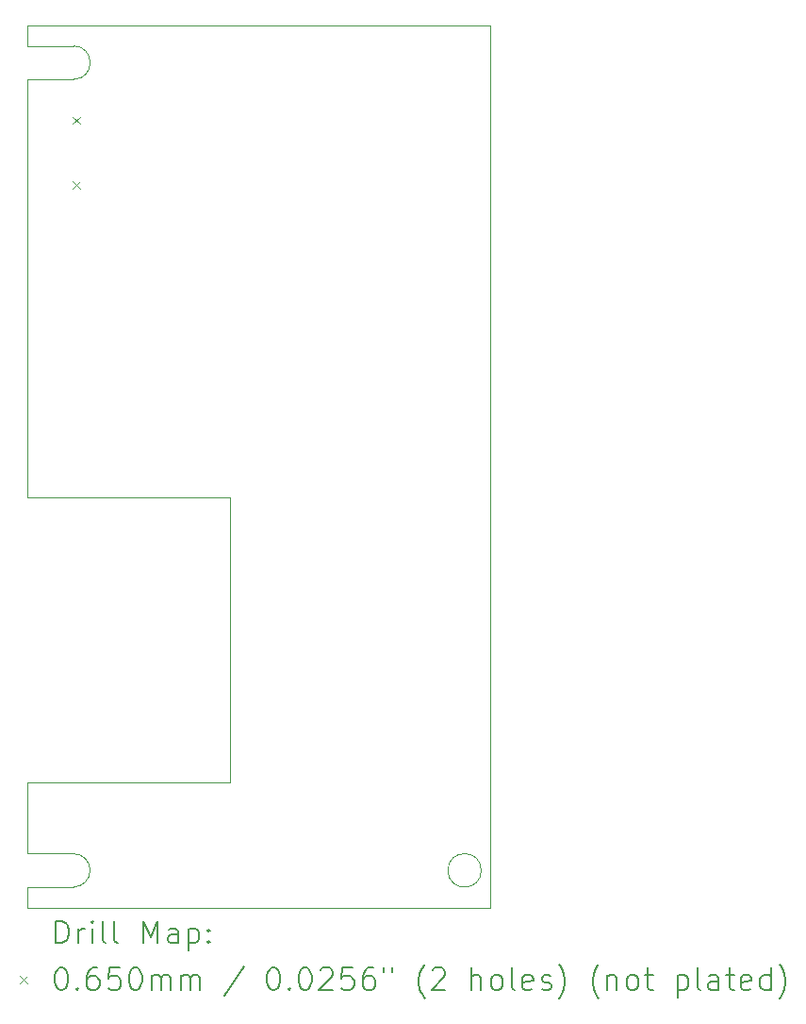
<source format=gbr>
%TF.GenerationSoftware,KiCad,Pcbnew,7.0.10*%
%TF.CreationDate,2025-01-07T15:58:46-07:00*%
%TF.ProjectId,HATA_ver_8.3.1,48415441-5f76-4657-925f-382e332e312e,8.3.1*%
%TF.SameCoordinates,Original*%
%TF.FileFunction,Drillmap*%
%TF.FilePolarity,Positive*%
%FSLAX45Y45*%
G04 Gerber Fmt 4.5, Leading zero omitted, Abs format (unit mm)*
G04 Created by KiCad (PCBNEW 7.0.10) date 2025-01-07 15:58:46*
%MOMM*%
%LPD*%
G01*
G04 APERTURE LIST*
%ADD10C,0.100000*%
%ADD11C,0.200000*%
G04 APERTURE END LIST*
D10*
X20000000Y-17920000D02*
X20000000Y-17734000D01*
X20412987Y-10486997D02*
G75*
G03*
X20412000Y-10187000I-1017J149997D01*
G01*
X21822000Y-14241000D02*
X21822000Y-16791000D01*
X24075000Y-17583000D02*
G75*
G03*
X23775000Y-17583000I-150000J0D01*
G01*
X23775000Y-17583000D02*
G75*
G03*
X24075000Y-17583000I150000J0D01*
G01*
X20000000Y-14241000D02*
X21822000Y-14241000D01*
X20412000Y-17733003D02*
G75*
G03*
X20411000Y-17433000I20J150003D01*
G01*
X20412000Y-17433000D02*
X20000000Y-17433000D01*
X20413000Y-10187000D02*
X20000000Y-10187000D01*
X20412987Y-10486997D02*
X20000000Y-10487000D01*
X24158000Y-10000000D02*
X24158000Y-17920000D01*
X24158000Y-10000000D02*
X20000000Y-10000000D01*
X20412000Y-17733003D02*
X20000000Y-17734000D01*
X20000000Y-17920000D02*
X24158000Y-17920000D01*
X21822000Y-16791000D02*
X20000000Y-16791000D01*
X20000000Y-10487000D02*
X20000000Y-14241000D01*
X20000000Y-16791000D02*
X20000000Y-17433000D01*
X20000000Y-10000000D02*
X20000000Y-10187000D01*
D11*
D10*
X20404750Y-10822500D02*
X20469750Y-10887500D01*
X20469750Y-10822500D02*
X20404750Y-10887500D01*
X20404750Y-11400500D02*
X20469750Y-11465500D01*
X20469750Y-11400500D02*
X20404750Y-11465500D01*
D11*
X20255777Y-18236484D02*
X20255777Y-18036484D01*
X20255777Y-18036484D02*
X20303396Y-18036484D01*
X20303396Y-18036484D02*
X20331967Y-18046008D01*
X20331967Y-18046008D02*
X20351015Y-18065055D01*
X20351015Y-18065055D02*
X20360539Y-18084103D01*
X20360539Y-18084103D02*
X20370063Y-18122198D01*
X20370063Y-18122198D02*
X20370063Y-18150770D01*
X20370063Y-18150770D02*
X20360539Y-18188865D01*
X20360539Y-18188865D02*
X20351015Y-18207912D01*
X20351015Y-18207912D02*
X20331967Y-18226960D01*
X20331967Y-18226960D02*
X20303396Y-18236484D01*
X20303396Y-18236484D02*
X20255777Y-18236484D01*
X20455777Y-18236484D02*
X20455777Y-18103150D01*
X20455777Y-18141246D02*
X20465301Y-18122198D01*
X20465301Y-18122198D02*
X20474824Y-18112674D01*
X20474824Y-18112674D02*
X20493872Y-18103150D01*
X20493872Y-18103150D02*
X20512920Y-18103150D01*
X20579586Y-18236484D02*
X20579586Y-18103150D01*
X20579586Y-18036484D02*
X20570063Y-18046008D01*
X20570063Y-18046008D02*
X20579586Y-18055531D01*
X20579586Y-18055531D02*
X20589110Y-18046008D01*
X20589110Y-18046008D02*
X20579586Y-18036484D01*
X20579586Y-18036484D02*
X20579586Y-18055531D01*
X20703396Y-18236484D02*
X20684348Y-18226960D01*
X20684348Y-18226960D02*
X20674824Y-18207912D01*
X20674824Y-18207912D02*
X20674824Y-18036484D01*
X20808158Y-18236484D02*
X20789110Y-18226960D01*
X20789110Y-18226960D02*
X20779586Y-18207912D01*
X20779586Y-18207912D02*
X20779586Y-18036484D01*
X21036729Y-18236484D02*
X21036729Y-18036484D01*
X21036729Y-18036484D02*
X21103396Y-18179341D01*
X21103396Y-18179341D02*
X21170063Y-18036484D01*
X21170063Y-18036484D02*
X21170063Y-18236484D01*
X21351015Y-18236484D02*
X21351015Y-18131722D01*
X21351015Y-18131722D02*
X21341491Y-18112674D01*
X21341491Y-18112674D02*
X21322444Y-18103150D01*
X21322444Y-18103150D02*
X21284348Y-18103150D01*
X21284348Y-18103150D02*
X21265301Y-18112674D01*
X21351015Y-18226960D02*
X21331967Y-18236484D01*
X21331967Y-18236484D02*
X21284348Y-18236484D01*
X21284348Y-18236484D02*
X21265301Y-18226960D01*
X21265301Y-18226960D02*
X21255777Y-18207912D01*
X21255777Y-18207912D02*
X21255777Y-18188865D01*
X21255777Y-18188865D02*
X21265301Y-18169817D01*
X21265301Y-18169817D02*
X21284348Y-18160293D01*
X21284348Y-18160293D02*
X21331967Y-18160293D01*
X21331967Y-18160293D02*
X21351015Y-18150770D01*
X21446253Y-18103150D02*
X21446253Y-18303150D01*
X21446253Y-18112674D02*
X21465301Y-18103150D01*
X21465301Y-18103150D02*
X21503396Y-18103150D01*
X21503396Y-18103150D02*
X21522444Y-18112674D01*
X21522444Y-18112674D02*
X21531967Y-18122198D01*
X21531967Y-18122198D02*
X21541491Y-18141246D01*
X21541491Y-18141246D02*
X21541491Y-18198389D01*
X21541491Y-18198389D02*
X21531967Y-18217436D01*
X21531967Y-18217436D02*
X21522444Y-18226960D01*
X21522444Y-18226960D02*
X21503396Y-18236484D01*
X21503396Y-18236484D02*
X21465301Y-18236484D01*
X21465301Y-18236484D02*
X21446253Y-18226960D01*
X21627205Y-18217436D02*
X21636729Y-18226960D01*
X21636729Y-18226960D02*
X21627205Y-18236484D01*
X21627205Y-18236484D02*
X21617682Y-18226960D01*
X21617682Y-18226960D02*
X21627205Y-18217436D01*
X21627205Y-18217436D02*
X21627205Y-18236484D01*
X21627205Y-18112674D02*
X21636729Y-18122198D01*
X21636729Y-18122198D02*
X21627205Y-18131722D01*
X21627205Y-18131722D02*
X21617682Y-18122198D01*
X21617682Y-18122198D02*
X21627205Y-18112674D01*
X21627205Y-18112674D02*
X21627205Y-18131722D01*
D10*
X19930000Y-18532500D02*
X19995000Y-18597500D01*
X19995000Y-18532500D02*
X19930000Y-18597500D01*
D11*
X20293872Y-18456484D02*
X20312920Y-18456484D01*
X20312920Y-18456484D02*
X20331967Y-18466008D01*
X20331967Y-18466008D02*
X20341491Y-18475531D01*
X20341491Y-18475531D02*
X20351015Y-18494579D01*
X20351015Y-18494579D02*
X20360539Y-18532674D01*
X20360539Y-18532674D02*
X20360539Y-18580293D01*
X20360539Y-18580293D02*
X20351015Y-18618389D01*
X20351015Y-18618389D02*
X20341491Y-18637436D01*
X20341491Y-18637436D02*
X20331967Y-18646960D01*
X20331967Y-18646960D02*
X20312920Y-18656484D01*
X20312920Y-18656484D02*
X20293872Y-18656484D01*
X20293872Y-18656484D02*
X20274824Y-18646960D01*
X20274824Y-18646960D02*
X20265301Y-18637436D01*
X20265301Y-18637436D02*
X20255777Y-18618389D01*
X20255777Y-18618389D02*
X20246253Y-18580293D01*
X20246253Y-18580293D02*
X20246253Y-18532674D01*
X20246253Y-18532674D02*
X20255777Y-18494579D01*
X20255777Y-18494579D02*
X20265301Y-18475531D01*
X20265301Y-18475531D02*
X20274824Y-18466008D01*
X20274824Y-18466008D02*
X20293872Y-18456484D01*
X20446253Y-18637436D02*
X20455777Y-18646960D01*
X20455777Y-18646960D02*
X20446253Y-18656484D01*
X20446253Y-18656484D02*
X20436729Y-18646960D01*
X20436729Y-18646960D02*
X20446253Y-18637436D01*
X20446253Y-18637436D02*
X20446253Y-18656484D01*
X20627205Y-18456484D02*
X20589110Y-18456484D01*
X20589110Y-18456484D02*
X20570063Y-18466008D01*
X20570063Y-18466008D02*
X20560539Y-18475531D01*
X20560539Y-18475531D02*
X20541491Y-18504103D01*
X20541491Y-18504103D02*
X20531967Y-18542198D01*
X20531967Y-18542198D02*
X20531967Y-18618389D01*
X20531967Y-18618389D02*
X20541491Y-18637436D01*
X20541491Y-18637436D02*
X20551015Y-18646960D01*
X20551015Y-18646960D02*
X20570063Y-18656484D01*
X20570063Y-18656484D02*
X20608158Y-18656484D01*
X20608158Y-18656484D02*
X20627205Y-18646960D01*
X20627205Y-18646960D02*
X20636729Y-18637436D01*
X20636729Y-18637436D02*
X20646253Y-18618389D01*
X20646253Y-18618389D02*
X20646253Y-18570770D01*
X20646253Y-18570770D02*
X20636729Y-18551722D01*
X20636729Y-18551722D02*
X20627205Y-18542198D01*
X20627205Y-18542198D02*
X20608158Y-18532674D01*
X20608158Y-18532674D02*
X20570063Y-18532674D01*
X20570063Y-18532674D02*
X20551015Y-18542198D01*
X20551015Y-18542198D02*
X20541491Y-18551722D01*
X20541491Y-18551722D02*
X20531967Y-18570770D01*
X20827205Y-18456484D02*
X20731967Y-18456484D01*
X20731967Y-18456484D02*
X20722444Y-18551722D01*
X20722444Y-18551722D02*
X20731967Y-18542198D01*
X20731967Y-18542198D02*
X20751015Y-18532674D01*
X20751015Y-18532674D02*
X20798634Y-18532674D01*
X20798634Y-18532674D02*
X20817682Y-18542198D01*
X20817682Y-18542198D02*
X20827205Y-18551722D01*
X20827205Y-18551722D02*
X20836729Y-18570770D01*
X20836729Y-18570770D02*
X20836729Y-18618389D01*
X20836729Y-18618389D02*
X20827205Y-18637436D01*
X20827205Y-18637436D02*
X20817682Y-18646960D01*
X20817682Y-18646960D02*
X20798634Y-18656484D01*
X20798634Y-18656484D02*
X20751015Y-18656484D01*
X20751015Y-18656484D02*
X20731967Y-18646960D01*
X20731967Y-18646960D02*
X20722444Y-18637436D01*
X20960539Y-18456484D02*
X20979586Y-18456484D01*
X20979586Y-18456484D02*
X20998634Y-18466008D01*
X20998634Y-18466008D02*
X21008158Y-18475531D01*
X21008158Y-18475531D02*
X21017682Y-18494579D01*
X21017682Y-18494579D02*
X21027205Y-18532674D01*
X21027205Y-18532674D02*
X21027205Y-18580293D01*
X21027205Y-18580293D02*
X21017682Y-18618389D01*
X21017682Y-18618389D02*
X21008158Y-18637436D01*
X21008158Y-18637436D02*
X20998634Y-18646960D01*
X20998634Y-18646960D02*
X20979586Y-18656484D01*
X20979586Y-18656484D02*
X20960539Y-18656484D01*
X20960539Y-18656484D02*
X20941491Y-18646960D01*
X20941491Y-18646960D02*
X20931967Y-18637436D01*
X20931967Y-18637436D02*
X20922444Y-18618389D01*
X20922444Y-18618389D02*
X20912920Y-18580293D01*
X20912920Y-18580293D02*
X20912920Y-18532674D01*
X20912920Y-18532674D02*
X20922444Y-18494579D01*
X20922444Y-18494579D02*
X20931967Y-18475531D01*
X20931967Y-18475531D02*
X20941491Y-18466008D01*
X20941491Y-18466008D02*
X20960539Y-18456484D01*
X21112920Y-18656484D02*
X21112920Y-18523150D01*
X21112920Y-18542198D02*
X21122444Y-18532674D01*
X21122444Y-18532674D02*
X21141491Y-18523150D01*
X21141491Y-18523150D02*
X21170063Y-18523150D01*
X21170063Y-18523150D02*
X21189110Y-18532674D01*
X21189110Y-18532674D02*
X21198634Y-18551722D01*
X21198634Y-18551722D02*
X21198634Y-18656484D01*
X21198634Y-18551722D02*
X21208158Y-18532674D01*
X21208158Y-18532674D02*
X21227205Y-18523150D01*
X21227205Y-18523150D02*
X21255777Y-18523150D01*
X21255777Y-18523150D02*
X21274825Y-18532674D01*
X21274825Y-18532674D02*
X21284348Y-18551722D01*
X21284348Y-18551722D02*
X21284348Y-18656484D01*
X21379586Y-18656484D02*
X21379586Y-18523150D01*
X21379586Y-18542198D02*
X21389110Y-18532674D01*
X21389110Y-18532674D02*
X21408158Y-18523150D01*
X21408158Y-18523150D02*
X21436729Y-18523150D01*
X21436729Y-18523150D02*
X21455777Y-18532674D01*
X21455777Y-18532674D02*
X21465301Y-18551722D01*
X21465301Y-18551722D02*
X21465301Y-18656484D01*
X21465301Y-18551722D02*
X21474825Y-18532674D01*
X21474825Y-18532674D02*
X21493872Y-18523150D01*
X21493872Y-18523150D02*
X21522444Y-18523150D01*
X21522444Y-18523150D02*
X21541491Y-18532674D01*
X21541491Y-18532674D02*
X21551015Y-18551722D01*
X21551015Y-18551722D02*
X21551015Y-18656484D01*
X21941491Y-18446960D02*
X21770063Y-18704103D01*
X22198634Y-18456484D02*
X22217682Y-18456484D01*
X22217682Y-18456484D02*
X22236729Y-18466008D01*
X22236729Y-18466008D02*
X22246253Y-18475531D01*
X22246253Y-18475531D02*
X22255777Y-18494579D01*
X22255777Y-18494579D02*
X22265301Y-18532674D01*
X22265301Y-18532674D02*
X22265301Y-18580293D01*
X22265301Y-18580293D02*
X22255777Y-18618389D01*
X22255777Y-18618389D02*
X22246253Y-18637436D01*
X22246253Y-18637436D02*
X22236729Y-18646960D01*
X22236729Y-18646960D02*
X22217682Y-18656484D01*
X22217682Y-18656484D02*
X22198634Y-18656484D01*
X22198634Y-18656484D02*
X22179587Y-18646960D01*
X22179587Y-18646960D02*
X22170063Y-18637436D01*
X22170063Y-18637436D02*
X22160539Y-18618389D01*
X22160539Y-18618389D02*
X22151015Y-18580293D01*
X22151015Y-18580293D02*
X22151015Y-18532674D01*
X22151015Y-18532674D02*
X22160539Y-18494579D01*
X22160539Y-18494579D02*
X22170063Y-18475531D01*
X22170063Y-18475531D02*
X22179587Y-18466008D01*
X22179587Y-18466008D02*
X22198634Y-18456484D01*
X22351015Y-18637436D02*
X22360539Y-18646960D01*
X22360539Y-18646960D02*
X22351015Y-18656484D01*
X22351015Y-18656484D02*
X22341491Y-18646960D01*
X22341491Y-18646960D02*
X22351015Y-18637436D01*
X22351015Y-18637436D02*
X22351015Y-18656484D01*
X22484348Y-18456484D02*
X22503396Y-18456484D01*
X22503396Y-18456484D02*
X22522444Y-18466008D01*
X22522444Y-18466008D02*
X22531967Y-18475531D01*
X22531967Y-18475531D02*
X22541491Y-18494579D01*
X22541491Y-18494579D02*
X22551015Y-18532674D01*
X22551015Y-18532674D02*
X22551015Y-18580293D01*
X22551015Y-18580293D02*
X22541491Y-18618389D01*
X22541491Y-18618389D02*
X22531967Y-18637436D01*
X22531967Y-18637436D02*
X22522444Y-18646960D01*
X22522444Y-18646960D02*
X22503396Y-18656484D01*
X22503396Y-18656484D02*
X22484348Y-18656484D01*
X22484348Y-18656484D02*
X22465301Y-18646960D01*
X22465301Y-18646960D02*
X22455777Y-18637436D01*
X22455777Y-18637436D02*
X22446253Y-18618389D01*
X22446253Y-18618389D02*
X22436729Y-18580293D01*
X22436729Y-18580293D02*
X22436729Y-18532674D01*
X22436729Y-18532674D02*
X22446253Y-18494579D01*
X22446253Y-18494579D02*
X22455777Y-18475531D01*
X22455777Y-18475531D02*
X22465301Y-18466008D01*
X22465301Y-18466008D02*
X22484348Y-18456484D01*
X22627206Y-18475531D02*
X22636729Y-18466008D01*
X22636729Y-18466008D02*
X22655777Y-18456484D01*
X22655777Y-18456484D02*
X22703396Y-18456484D01*
X22703396Y-18456484D02*
X22722444Y-18466008D01*
X22722444Y-18466008D02*
X22731967Y-18475531D01*
X22731967Y-18475531D02*
X22741491Y-18494579D01*
X22741491Y-18494579D02*
X22741491Y-18513627D01*
X22741491Y-18513627D02*
X22731967Y-18542198D01*
X22731967Y-18542198D02*
X22617682Y-18656484D01*
X22617682Y-18656484D02*
X22741491Y-18656484D01*
X22922444Y-18456484D02*
X22827206Y-18456484D01*
X22827206Y-18456484D02*
X22817682Y-18551722D01*
X22817682Y-18551722D02*
X22827206Y-18542198D01*
X22827206Y-18542198D02*
X22846253Y-18532674D01*
X22846253Y-18532674D02*
X22893872Y-18532674D01*
X22893872Y-18532674D02*
X22912920Y-18542198D01*
X22912920Y-18542198D02*
X22922444Y-18551722D01*
X22922444Y-18551722D02*
X22931967Y-18570770D01*
X22931967Y-18570770D02*
X22931967Y-18618389D01*
X22931967Y-18618389D02*
X22922444Y-18637436D01*
X22922444Y-18637436D02*
X22912920Y-18646960D01*
X22912920Y-18646960D02*
X22893872Y-18656484D01*
X22893872Y-18656484D02*
X22846253Y-18656484D01*
X22846253Y-18656484D02*
X22827206Y-18646960D01*
X22827206Y-18646960D02*
X22817682Y-18637436D01*
X23103396Y-18456484D02*
X23065301Y-18456484D01*
X23065301Y-18456484D02*
X23046253Y-18466008D01*
X23046253Y-18466008D02*
X23036729Y-18475531D01*
X23036729Y-18475531D02*
X23017682Y-18504103D01*
X23017682Y-18504103D02*
X23008158Y-18542198D01*
X23008158Y-18542198D02*
X23008158Y-18618389D01*
X23008158Y-18618389D02*
X23017682Y-18637436D01*
X23017682Y-18637436D02*
X23027206Y-18646960D01*
X23027206Y-18646960D02*
X23046253Y-18656484D01*
X23046253Y-18656484D02*
X23084348Y-18656484D01*
X23084348Y-18656484D02*
X23103396Y-18646960D01*
X23103396Y-18646960D02*
X23112920Y-18637436D01*
X23112920Y-18637436D02*
X23122444Y-18618389D01*
X23122444Y-18618389D02*
X23122444Y-18570770D01*
X23122444Y-18570770D02*
X23112920Y-18551722D01*
X23112920Y-18551722D02*
X23103396Y-18542198D01*
X23103396Y-18542198D02*
X23084348Y-18532674D01*
X23084348Y-18532674D02*
X23046253Y-18532674D01*
X23046253Y-18532674D02*
X23027206Y-18542198D01*
X23027206Y-18542198D02*
X23017682Y-18551722D01*
X23017682Y-18551722D02*
X23008158Y-18570770D01*
X23198634Y-18456484D02*
X23198634Y-18494579D01*
X23274825Y-18456484D02*
X23274825Y-18494579D01*
X23570063Y-18732674D02*
X23560539Y-18723150D01*
X23560539Y-18723150D02*
X23541491Y-18694579D01*
X23541491Y-18694579D02*
X23531968Y-18675531D01*
X23531968Y-18675531D02*
X23522444Y-18646960D01*
X23522444Y-18646960D02*
X23512920Y-18599341D01*
X23512920Y-18599341D02*
X23512920Y-18561246D01*
X23512920Y-18561246D02*
X23522444Y-18513627D01*
X23522444Y-18513627D02*
X23531968Y-18485055D01*
X23531968Y-18485055D02*
X23541491Y-18466008D01*
X23541491Y-18466008D02*
X23560539Y-18437436D01*
X23560539Y-18437436D02*
X23570063Y-18427912D01*
X23636729Y-18475531D02*
X23646253Y-18466008D01*
X23646253Y-18466008D02*
X23665301Y-18456484D01*
X23665301Y-18456484D02*
X23712920Y-18456484D01*
X23712920Y-18456484D02*
X23731968Y-18466008D01*
X23731968Y-18466008D02*
X23741491Y-18475531D01*
X23741491Y-18475531D02*
X23751015Y-18494579D01*
X23751015Y-18494579D02*
X23751015Y-18513627D01*
X23751015Y-18513627D02*
X23741491Y-18542198D01*
X23741491Y-18542198D02*
X23627206Y-18656484D01*
X23627206Y-18656484D02*
X23751015Y-18656484D01*
X23989110Y-18656484D02*
X23989110Y-18456484D01*
X24074825Y-18656484D02*
X24074825Y-18551722D01*
X24074825Y-18551722D02*
X24065301Y-18532674D01*
X24065301Y-18532674D02*
X24046253Y-18523150D01*
X24046253Y-18523150D02*
X24017682Y-18523150D01*
X24017682Y-18523150D02*
X23998634Y-18532674D01*
X23998634Y-18532674D02*
X23989110Y-18542198D01*
X24198634Y-18656484D02*
X24179587Y-18646960D01*
X24179587Y-18646960D02*
X24170063Y-18637436D01*
X24170063Y-18637436D02*
X24160539Y-18618389D01*
X24160539Y-18618389D02*
X24160539Y-18561246D01*
X24160539Y-18561246D02*
X24170063Y-18542198D01*
X24170063Y-18542198D02*
X24179587Y-18532674D01*
X24179587Y-18532674D02*
X24198634Y-18523150D01*
X24198634Y-18523150D02*
X24227206Y-18523150D01*
X24227206Y-18523150D02*
X24246253Y-18532674D01*
X24246253Y-18532674D02*
X24255777Y-18542198D01*
X24255777Y-18542198D02*
X24265301Y-18561246D01*
X24265301Y-18561246D02*
X24265301Y-18618389D01*
X24265301Y-18618389D02*
X24255777Y-18637436D01*
X24255777Y-18637436D02*
X24246253Y-18646960D01*
X24246253Y-18646960D02*
X24227206Y-18656484D01*
X24227206Y-18656484D02*
X24198634Y-18656484D01*
X24379587Y-18656484D02*
X24360539Y-18646960D01*
X24360539Y-18646960D02*
X24351015Y-18627912D01*
X24351015Y-18627912D02*
X24351015Y-18456484D01*
X24531968Y-18646960D02*
X24512920Y-18656484D01*
X24512920Y-18656484D02*
X24474825Y-18656484D01*
X24474825Y-18656484D02*
X24455777Y-18646960D01*
X24455777Y-18646960D02*
X24446253Y-18627912D01*
X24446253Y-18627912D02*
X24446253Y-18551722D01*
X24446253Y-18551722D02*
X24455777Y-18532674D01*
X24455777Y-18532674D02*
X24474825Y-18523150D01*
X24474825Y-18523150D02*
X24512920Y-18523150D01*
X24512920Y-18523150D02*
X24531968Y-18532674D01*
X24531968Y-18532674D02*
X24541491Y-18551722D01*
X24541491Y-18551722D02*
X24541491Y-18570770D01*
X24541491Y-18570770D02*
X24446253Y-18589817D01*
X24617682Y-18646960D02*
X24636730Y-18656484D01*
X24636730Y-18656484D02*
X24674825Y-18656484D01*
X24674825Y-18656484D02*
X24693872Y-18646960D01*
X24693872Y-18646960D02*
X24703396Y-18627912D01*
X24703396Y-18627912D02*
X24703396Y-18618389D01*
X24703396Y-18618389D02*
X24693872Y-18599341D01*
X24693872Y-18599341D02*
X24674825Y-18589817D01*
X24674825Y-18589817D02*
X24646253Y-18589817D01*
X24646253Y-18589817D02*
X24627206Y-18580293D01*
X24627206Y-18580293D02*
X24617682Y-18561246D01*
X24617682Y-18561246D02*
X24617682Y-18551722D01*
X24617682Y-18551722D02*
X24627206Y-18532674D01*
X24627206Y-18532674D02*
X24646253Y-18523150D01*
X24646253Y-18523150D02*
X24674825Y-18523150D01*
X24674825Y-18523150D02*
X24693872Y-18532674D01*
X24770063Y-18732674D02*
X24779587Y-18723150D01*
X24779587Y-18723150D02*
X24798634Y-18694579D01*
X24798634Y-18694579D02*
X24808158Y-18675531D01*
X24808158Y-18675531D02*
X24817682Y-18646960D01*
X24817682Y-18646960D02*
X24827206Y-18599341D01*
X24827206Y-18599341D02*
X24827206Y-18561246D01*
X24827206Y-18561246D02*
X24817682Y-18513627D01*
X24817682Y-18513627D02*
X24808158Y-18485055D01*
X24808158Y-18485055D02*
X24798634Y-18466008D01*
X24798634Y-18466008D02*
X24779587Y-18437436D01*
X24779587Y-18437436D02*
X24770063Y-18427912D01*
X25131968Y-18732674D02*
X25122444Y-18723150D01*
X25122444Y-18723150D02*
X25103396Y-18694579D01*
X25103396Y-18694579D02*
X25093872Y-18675531D01*
X25093872Y-18675531D02*
X25084349Y-18646960D01*
X25084349Y-18646960D02*
X25074825Y-18599341D01*
X25074825Y-18599341D02*
X25074825Y-18561246D01*
X25074825Y-18561246D02*
X25084349Y-18513627D01*
X25084349Y-18513627D02*
X25093872Y-18485055D01*
X25093872Y-18485055D02*
X25103396Y-18466008D01*
X25103396Y-18466008D02*
X25122444Y-18437436D01*
X25122444Y-18437436D02*
X25131968Y-18427912D01*
X25208158Y-18523150D02*
X25208158Y-18656484D01*
X25208158Y-18542198D02*
X25217682Y-18532674D01*
X25217682Y-18532674D02*
X25236730Y-18523150D01*
X25236730Y-18523150D02*
X25265301Y-18523150D01*
X25265301Y-18523150D02*
X25284349Y-18532674D01*
X25284349Y-18532674D02*
X25293872Y-18551722D01*
X25293872Y-18551722D02*
X25293872Y-18656484D01*
X25417682Y-18656484D02*
X25398634Y-18646960D01*
X25398634Y-18646960D02*
X25389111Y-18637436D01*
X25389111Y-18637436D02*
X25379587Y-18618389D01*
X25379587Y-18618389D02*
X25379587Y-18561246D01*
X25379587Y-18561246D02*
X25389111Y-18542198D01*
X25389111Y-18542198D02*
X25398634Y-18532674D01*
X25398634Y-18532674D02*
X25417682Y-18523150D01*
X25417682Y-18523150D02*
X25446253Y-18523150D01*
X25446253Y-18523150D02*
X25465301Y-18532674D01*
X25465301Y-18532674D02*
X25474825Y-18542198D01*
X25474825Y-18542198D02*
X25484349Y-18561246D01*
X25484349Y-18561246D02*
X25484349Y-18618389D01*
X25484349Y-18618389D02*
X25474825Y-18637436D01*
X25474825Y-18637436D02*
X25465301Y-18646960D01*
X25465301Y-18646960D02*
X25446253Y-18656484D01*
X25446253Y-18656484D02*
X25417682Y-18656484D01*
X25541492Y-18523150D02*
X25617682Y-18523150D01*
X25570063Y-18456484D02*
X25570063Y-18627912D01*
X25570063Y-18627912D02*
X25579587Y-18646960D01*
X25579587Y-18646960D02*
X25598634Y-18656484D01*
X25598634Y-18656484D02*
X25617682Y-18656484D01*
X25836730Y-18523150D02*
X25836730Y-18723150D01*
X25836730Y-18532674D02*
X25855777Y-18523150D01*
X25855777Y-18523150D02*
X25893873Y-18523150D01*
X25893873Y-18523150D02*
X25912920Y-18532674D01*
X25912920Y-18532674D02*
X25922444Y-18542198D01*
X25922444Y-18542198D02*
X25931968Y-18561246D01*
X25931968Y-18561246D02*
X25931968Y-18618389D01*
X25931968Y-18618389D02*
X25922444Y-18637436D01*
X25922444Y-18637436D02*
X25912920Y-18646960D01*
X25912920Y-18646960D02*
X25893873Y-18656484D01*
X25893873Y-18656484D02*
X25855777Y-18656484D01*
X25855777Y-18656484D02*
X25836730Y-18646960D01*
X26046253Y-18656484D02*
X26027206Y-18646960D01*
X26027206Y-18646960D02*
X26017682Y-18627912D01*
X26017682Y-18627912D02*
X26017682Y-18456484D01*
X26208158Y-18656484D02*
X26208158Y-18551722D01*
X26208158Y-18551722D02*
X26198634Y-18532674D01*
X26198634Y-18532674D02*
X26179587Y-18523150D01*
X26179587Y-18523150D02*
X26141492Y-18523150D01*
X26141492Y-18523150D02*
X26122444Y-18532674D01*
X26208158Y-18646960D02*
X26189111Y-18656484D01*
X26189111Y-18656484D02*
X26141492Y-18656484D01*
X26141492Y-18656484D02*
X26122444Y-18646960D01*
X26122444Y-18646960D02*
X26112920Y-18627912D01*
X26112920Y-18627912D02*
X26112920Y-18608865D01*
X26112920Y-18608865D02*
X26122444Y-18589817D01*
X26122444Y-18589817D02*
X26141492Y-18580293D01*
X26141492Y-18580293D02*
X26189111Y-18580293D01*
X26189111Y-18580293D02*
X26208158Y-18570770D01*
X26274825Y-18523150D02*
X26351015Y-18523150D01*
X26303396Y-18456484D02*
X26303396Y-18627912D01*
X26303396Y-18627912D02*
X26312920Y-18646960D01*
X26312920Y-18646960D02*
X26331968Y-18656484D01*
X26331968Y-18656484D02*
X26351015Y-18656484D01*
X26493873Y-18646960D02*
X26474825Y-18656484D01*
X26474825Y-18656484D02*
X26436730Y-18656484D01*
X26436730Y-18656484D02*
X26417682Y-18646960D01*
X26417682Y-18646960D02*
X26408158Y-18627912D01*
X26408158Y-18627912D02*
X26408158Y-18551722D01*
X26408158Y-18551722D02*
X26417682Y-18532674D01*
X26417682Y-18532674D02*
X26436730Y-18523150D01*
X26436730Y-18523150D02*
X26474825Y-18523150D01*
X26474825Y-18523150D02*
X26493873Y-18532674D01*
X26493873Y-18532674D02*
X26503396Y-18551722D01*
X26503396Y-18551722D02*
X26503396Y-18570770D01*
X26503396Y-18570770D02*
X26408158Y-18589817D01*
X26674825Y-18656484D02*
X26674825Y-18456484D01*
X26674825Y-18646960D02*
X26655777Y-18656484D01*
X26655777Y-18656484D02*
X26617682Y-18656484D01*
X26617682Y-18656484D02*
X26598634Y-18646960D01*
X26598634Y-18646960D02*
X26589111Y-18637436D01*
X26589111Y-18637436D02*
X26579587Y-18618389D01*
X26579587Y-18618389D02*
X26579587Y-18561246D01*
X26579587Y-18561246D02*
X26589111Y-18542198D01*
X26589111Y-18542198D02*
X26598634Y-18532674D01*
X26598634Y-18532674D02*
X26617682Y-18523150D01*
X26617682Y-18523150D02*
X26655777Y-18523150D01*
X26655777Y-18523150D02*
X26674825Y-18532674D01*
X26751015Y-18732674D02*
X26760539Y-18723150D01*
X26760539Y-18723150D02*
X26779587Y-18694579D01*
X26779587Y-18694579D02*
X26789111Y-18675531D01*
X26789111Y-18675531D02*
X26798634Y-18646960D01*
X26798634Y-18646960D02*
X26808158Y-18599341D01*
X26808158Y-18599341D02*
X26808158Y-18561246D01*
X26808158Y-18561246D02*
X26798634Y-18513627D01*
X26798634Y-18513627D02*
X26789111Y-18485055D01*
X26789111Y-18485055D02*
X26779587Y-18466008D01*
X26779587Y-18466008D02*
X26760539Y-18437436D01*
X26760539Y-18437436D02*
X26751015Y-18427912D01*
M02*

</source>
